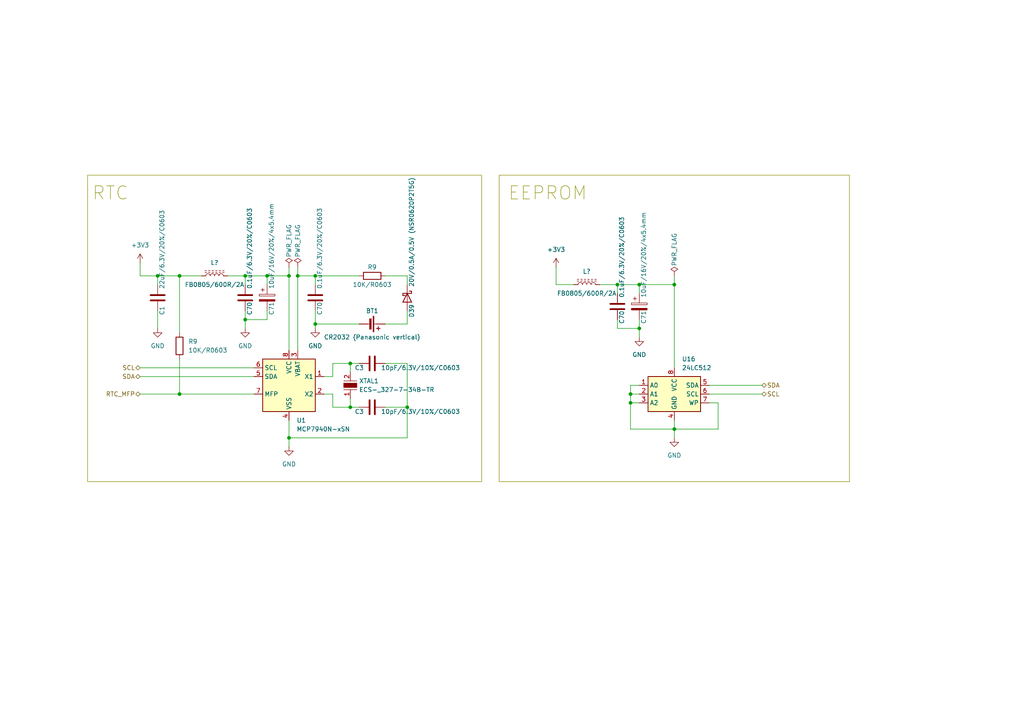
<source format=kicad_sch>
(kicad_sch (version 20230121) (generator eeschema)
  (paper "A4")
  (lib_symbols
    (symbol "Device:Battery_Cell" (pin_numbers hide) (pin_names (offset 0) hide)
      (property "Reference" "BT" (at 2.54 2.54 0))
      (property "Value" "Battery_Cell" (at 2.54 0 0))
      (symbol "Battery_Cell_0_1"
        (rectangle (start -2.286 1.778) (end 2.286 1.524) (fill (type outline)))
        (rectangle (start -1.524 1.016) (end 1.524 0.508) (fill (type outline)))
        (polyline (pts (xy 0 0.762) (xy 0 0)))
        (polyline (pts (xy 0 1.778) (xy 0 2.54)))
        (polyline (pts (xy 0.762 3.048) (xy 1.778 3.048)) (stroke (width 0.254)))
        (polyline (pts (xy 1.27 3.556) (xy 1.27 2.54)) (stroke (width 0.254)))
      )
      (symbol "Battery_Cell_1_1"
        (pin passive line (at 0 5.08 270) (length 2.54) (name "+") (number "1"))
        (pin passive line (at 0 -2.54 90) (length 2.54) (name "-") (number "2"))
      )
    )
    (symbol "Device:C" (pin_numbers hide) (pin_names (offset 0.254))
      (property "Reference" "C" (at 0.635 2.54 0))
      (property "Value" "C" (at 0.635 -2.54 0))
      (symbol "C_0_1"
        (polyline (pts (xy -2.032 -0.762) (xy 2.032 -0.762)) (stroke (width 0.508)))
        (polyline (pts (xy -2.032 0.762) (xy 2.032 0.762)) (stroke (width 0.508)))
      )
      (symbol "C_1_1"
        (pin passive line (at 0 3.81 270) (length 2.794) (name "~") (number "1"))
        (pin passive line (at 0 -3.81 90) (length 2.794) (name "~") (number "2"))
      )
    )
    (symbol "Device:C_Polarized" (pin_numbers hide) (pin_names (offset 0.254))
      (property "Reference" "C" (at 0.635 2.54 0))
      (property "Value" "C_Polarized" (at 0.635 -2.54 0))
      (symbol "C_Polarized_0_1"
        (rectangle (start -2.286 0.508) (end 2.286 1.016))
        (polyline (pts (xy -1.778 2.286) (xy -0.762 2.286)))
        (polyline (pts (xy -1.27 2.794) (xy -1.27 1.778)))
        (rectangle (start 2.286 -0.508) (end -2.286 -1.016) (fill (type outline)))
      )
      (symbol "C_Polarized_1_1"
        (pin passive line (at 0 3.81 270) (length 2.794) (name "~") (number "1"))
        (pin passive line (at 0 -3.81 90) (length 2.794) (name "~") (number "2"))
      )
    )
    (symbol "Device:D_Schottky" (pin_numbers hide) (pin_names (offset 1.016) hide)
      (property "Reference" "D" (at 0 2.54 0))
      (property "Value" "D_Schottky" (at 0 -2.54 0))
      (symbol "D_Schottky_0_1"
        (polyline (pts (xy 1.27 0) (xy -1.27 0)))
        (polyline (pts (xy 1.27 1.27) (xy 1.27 -1.27) (xy -1.27 0) (xy 1.27 1.27)) (stroke (width 0.254)))
        (polyline (pts (xy -1.905 0.635) (xy -1.905 1.27) (xy -1.27 1.27) (xy -1.27 -1.27) (xy -0.635 -1.27) (xy -0.635 -0.635)) (stroke (width 0.254)))
      )
      (symbol "D_Schottky_1_1"
        (pin passive line (at -3.81 0 0) (length 2.54) (name "K") (number "1"))
        (pin passive line (at 3.81 0 180) (length 2.54) (name "A") (number "2"))
      )
    )
    (symbol "Device:L_Ferrite" (pin_numbers hide) (pin_names (offset 1.016) hide)
      (property "Reference" "L" (at -1.27 0 90))
      (property "Value" "L_Ferrite" (at 2.794 0 90))
      (symbol "L_Ferrite_0_1"
        (arc (start 0 -2.54) (mid 0.6323 -1.905) (end 0 -1.27))
        (arc (start 0 -1.27) (mid 0.6323 -0.635) (end 0 0))
        (polyline (pts (xy 1.016 -2.794) (xy 1.016 -2.286)))
        (polyline (pts (xy 1.016 -1.778) (xy 1.016 -1.27)))
        (polyline (pts (xy 1.016 -0.762) (xy 1.016 -0.254)))
        (polyline (pts (xy 1.016 0.254) (xy 1.016 0.762)))
        (polyline (pts (xy 1.016 1.27) (xy 1.016 1.778)))
        (polyline (pts (xy 1.016 2.286) (xy 1.016 2.794)))
        (polyline (pts (xy 1.524 -2.286) (xy 1.524 -2.794)))
        (polyline (pts (xy 1.524 -1.27) (xy 1.524 -1.778)))
        (polyline (pts (xy 1.524 -0.254) (xy 1.524 -0.762)))
        (polyline (pts (xy 1.524 0.762) (xy 1.524 0.254)))
        (polyline (pts (xy 1.524 1.778) (xy 1.524 1.27)))
        (polyline (pts (xy 1.524 2.794) (xy 1.524 2.286)))
        (arc (start 0 0) (mid 0.6323 0.635) (end 0 1.27))
        (arc (start 0 1.27) (mid 0.6323 1.905) (end 0 2.54))
      )
      (symbol "L_Ferrite_1_1"
        (pin passive line (at 0 3.81 270) (length 1.27) (name "1") (number "1"))
        (pin passive line (at 0 -3.81 90) (length 1.27) (name "2") (number "2"))
      )
    )
    (symbol "Device:R" (pin_numbers hide) (pin_names (offset 0))
      (property "Reference" "R" (at 2.032 0 90))
      (property "Value" "R" (at 0 0 90))
      (symbol "R_0_1"
        (rectangle (start -1.016 -2.54) (end 1.016 2.54) (stroke (width 0.254)))
      )
      (symbol "R_1_1"
        (pin passive line (at 0 3.81 270) (length 1.27) (name "~") (number "1"))
        (pin passive line (at 0 -3.81 90) (length 1.27) (name "~") (number "2"))
      )
    )
    (symbol "Memory_EEPROM:24LC512"
      (property "Reference" "U" (at -6.35 6.35 0))
      (property "Value" "24LC512" (at 1.27 6.35 0))
      (symbol "24LC512_1_1"
        (rectangle (start -7.62 5.08) (end 7.62 -5.08) (stroke (width 0.254)) (fill (type background)))
        (pin input line (at -10.16 2.54 0) (length 2.54) (name "A0") (number "1"))
        (pin input line (at -10.16 0 0) (length 2.54) (name "A1") (number "2"))
        (pin input line (at -10.16 -2.54 0) (length 2.54) (name "A2") (number "3"))
        (pin power_in line (at 0 -7.62 90) (length 2.54) (name "GND") (number "4"))
        (pin bidirectional line (at 10.16 2.54 180) (length 2.54) (name "SDA") (number "5"))
        (pin input line (at 10.16 0 180) (length 2.54) (name "SCL") (number "6"))
        (pin input line (at 10.16 -2.54 180) (length 2.54) (name "WP") (number "7"))
        (pin power_in line (at 0 7.62 270) (length 2.54) (name "VCC") (number "8"))
      )
    )
    (symbol "Timer_RTC:MCP7940N-xSN"
      (property "Reference" "U" (at -6.35 8.89 0))
      (property "Value" "MCP7940N-xSN" (at 11.43 8.89 0))
      (symbol "MCP7940N-xSN_0_1"
        (rectangle (start -7.62 7.62) (end 7.62 -7.62) (stroke (width 0.254)) (fill (type background)))
      )
      (symbol "MCP7940N-xSN_1_1"
        (pin input line (at 10.16 2.54 180) (length 2.54) (name "X1") (number "1"))
        (pin output line (at 10.16 -2.54 180) (length 2.54) (name "X2") (number "2"))
        (pin power_in line (at 2.54 10.16 270) (length 2.54) (name "VBAT") (number "3"))
        (pin power_in line (at 0 -10.16 90) (length 2.54) (name "VSS") (number "4"))
        (pin bidirectional line (at -10.16 2.54 0) (length 2.54) (name "SDA") (number "5"))
        (pin input line (at -10.16 5.08 0) (length 2.54) (name "SCL") (number "6"))
        (pin open_collector line (at -10.16 -2.54 0) (length 2.54) (name "MFP") (number "7"))
        (pin power_in line (at 0 10.16 270) (length 2.54) (name "VCC") (number "8"))
      )
    )
    (symbol "dk_Crystals:ECS-_327-12_5-34B-TR" (pin_names (offset 1.016))
      (property "Reference" "XTAL" (at 0 3.81 0))
      (property "Value" "ECS-_327-12_5-34B-TR" (at 0 -3.81 0))
      (symbol "ECS-_327-12_5-34B-TR_1_1"
        (rectangle (start -0.635 1.905) (end 0.635 -1.905) (fill (type outline)))
        (polyline (pts (xy -1.27 1.905) (xy -1.27 -1.905)))
        (polyline (pts (xy 1.27 1.905) (xy 1.27 -1.905)))
        (pin bidirectional line (at -3.81 0 0) (length 2.54) (name "~") (number "1"))
        (pin bidirectional line (at 3.81 0 180) (length 2.54) (name "~") (number "2"))
      )
    )
    (symbol "power:+3V3" (power) (pin_names (offset 0))
      (property "Value" "+3V3" (at 0 3.556 0))
      (symbol "+3V3_0_1"
        (polyline (pts (xy -0.762 1.27) (xy 0 2.54)))
        (polyline (pts (xy 0 0) (xy 0 2.54)))
        (polyline (pts (xy 0 2.54) (xy 0.762 1.27)))
      )
      (symbol "+3V3_1_1"
        (pin power_in line (at 0 0 90) (length 0) hide (name "+3V3") (number "1"))
      )
    )
    (symbol "power:GND" (power) (pin_names (offset 0))
      (property "Value" "GND" (at 0 -3.81 0))
      (symbol "GND_0_1"
        (polyline (pts (xy 0 0) (xy 0 -1.27) (xy 1.27 -1.27) (xy 0 -2.54) (xy -1.27 -1.27) (xy 0 -1.27)))
      )
      (symbol "GND_1_1"
        (pin power_in line (at 0 0 270) (length 0) hide (name "GND") (number "1"))
      )
    )
    (symbol "power:PWR_FLAG" (power) (pin_numbers hide) (pin_names (offset 0) hide)
      (property "Value" "PWR_FLAG" (at 0 3.81 0))
      (symbol "PWR_FLAG_0_0"
        (pin power_out line (at 0 0 90) (length 0) (name "pwr") (number "1"))
      )
      (symbol "PWR_FLAG_0_1"
        (polyline (pts (xy 0 0) (xy 0 1.27) (xy -1.016 1.905) (xy 0 2.54) (xy 1.016 1.905) (xy 0 1.27)))
      )
    )
  )
  (junction (at 182.88 116.84))
  (junction (at 91.44 93.98))
  (junction (at 91.44 80.01))
  (junction (at 118.11 118.11))
  (junction (at 195.58 124.46))
  (junction (at 52.07 80.01))
  (junction (at 71.12 92.71))
  (junction (at 182.88 114.3))
  (junction (at 71.12 80.01))
  (junction (at 179.07 82.55))
  (junction (at 195.58 82.55))
  (junction (at 83.82 127))
  (junction (at 45.72 80.01))
  (junction (at 185.42 95.25))
  (junction (at 83.82 80.01))
  (junction (at 52.07 114.3))
  (junction (at 101.6 118.11))
  (junction (at 86.36 80.01))
  (junction (at 185.42 82.55))
  (junction (at 77.47 80.01))
  (junction (at 101.6 105.41))
  (wire (pts (xy 40.64 80.01) (xy 45.72 80.01)))
  (wire (pts (xy 111.76 118.11) (xy 118.11 118.11)))
  (wire (pts (xy 91.44 93.98) (xy 91.44 95.25)))
  (wire (pts (xy 118.11 105.41) (xy 118.11 118.11)))
  (wire (pts (xy 96.52 114.3) (xy 96.52 118.11)))
  (wire (pts (xy 185.42 95.25) (xy 185.42 97.79)))
  (wire (pts (xy 195.58 127) (xy 195.58 124.46)))
  (wire (pts (xy 205.74 111.76) (xy 220.98 111.76)))
  (wire (pts (xy 101.6 105.41) (xy 104.14 105.41)))
  (wire (pts (xy 83.82 101.6) (xy 83.82 80.01)))
  (wire (pts (xy 195.58 121.92) (xy 195.58 124.46)))
  (wire (pts (xy 161.29 77.47) (xy 161.29 82.55)))
  (wire (pts (xy 182.88 111.76) (xy 182.88 114.3)))
  (wire (pts (xy 111.76 80.01) (xy 118.11 80.01)))
  (wire (pts (xy 71.12 80.01) (xy 77.47 80.01)))
  (wire (pts (xy 86.36 80.01) (xy 91.44 80.01)))
  (wire (pts (xy 118.11 80.01) (xy 118.11 82.55)))
  (wire (pts (xy 91.44 93.98) (xy 104.14 93.98)))
  (wire (pts (xy 205.74 114.3) (xy 220.98 114.3)))
  (wire (pts (xy 111.76 105.41) (xy 118.11 105.41)))
  (wire (pts (xy 182.88 116.84) (xy 185.42 116.84)))
  (wire (pts (xy 185.42 82.55) (xy 195.58 82.55)))
  (wire (pts (xy 208.28 116.84) (xy 208.28 124.46)))
  (wire (pts (xy 118.11 127) (xy 83.82 127)))
  (wire (pts (xy 77.47 92.71) (xy 71.12 92.71)))
  (wire (pts (xy 52.07 80.01) (xy 58.42 80.01)))
  (wire (pts (xy 45.72 90.17) (xy 45.72 95.25)))
  (wire (pts (xy 71.12 82.55) (xy 71.12 80.01)))
  (wire (pts (xy 40.64 114.3) (xy 52.07 114.3)))
  (wire (pts (xy 195.58 82.55) (xy 195.58 106.68)))
  (wire (pts (xy 93.98 114.3) (xy 96.52 114.3)))
  (wire (pts (xy 83.82 121.92) (xy 83.82 127)))
  (wire (pts (xy 52.07 80.01) (xy 52.07 96.52)))
  (wire (pts (xy 71.12 92.71) (xy 71.12 95.25)))
  (wire (pts (xy 179.07 82.55) (xy 185.42 82.55)))
  (wire (pts (xy 96.52 105.41) (xy 101.6 105.41)))
  (wire (pts (xy 93.98 109.22) (xy 96.52 109.22)))
  (wire (pts (xy 96.52 109.22) (xy 96.52 105.41)))
  (wire (pts (xy 182.88 114.3) (xy 182.88 116.84)))
  (wire (pts (xy 91.44 90.17) (xy 91.44 93.98)))
  (wire (pts (xy 179.07 82.55) (xy 179.07 85.09)))
  (wire (pts (xy 118.11 93.98) (xy 118.11 90.17)))
  (wire (pts (xy 208.28 124.46) (xy 195.58 124.46)))
  (wire (pts (xy 101.6 115.57) (xy 101.6 118.11)))
  (wire (pts (xy 166.37 82.55) (xy 161.29 82.55)))
  (wire (pts (xy 52.07 114.3) (xy 52.07 104.14)))
  (wire (pts (xy 182.88 116.84) (xy 182.88 124.46)))
  (wire (pts (xy 179.07 92.71) (xy 179.07 95.25)))
  (wire (pts (xy 195.58 80.01) (xy 195.58 82.55)))
  (wire (pts (xy 182.88 114.3) (xy 185.42 114.3)))
  (wire (pts (xy 118.11 118.11) (xy 118.11 127)))
  (wire (pts (xy 101.6 118.11) (xy 104.14 118.11)))
  (wire (pts (xy 86.36 77.47) (xy 86.36 80.01)))
  (wire (pts (xy 91.44 82.55) (xy 91.44 80.01)))
  (wire (pts (xy 185.42 82.55) (xy 185.42 85.09)))
  (wire (pts (xy 185.42 92.71) (xy 185.42 95.25)))
  (wire (pts (xy 77.47 90.17) (xy 77.47 92.71)))
  (wire (pts (xy 40.64 80.01) (xy 40.64 76.2)))
  (wire (pts (xy 77.47 80.01) (xy 77.47 82.55)))
  (wire (pts (xy 101.6 107.95) (xy 101.6 105.41)))
  (wire (pts (xy 86.36 80.01) (xy 86.36 101.6)))
  (wire (pts (xy 83.82 77.47) (xy 83.82 80.01)))
  (wire (pts (xy 83.82 127) (xy 83.82 129.54)))
  (wire (pts (xy 71.12 90.17) (xy 71.12 92.71)))
  (wire (pts (xy 185.42 111.76) (xy 182.88 111.76)))
  (wire (pts (xy 179.07 95.25) (xy 185.42 95.25)))
  (wire (pts (xy 73.66 114.3) (xy 52.07 114.3)))
  (wire (pts (xy 66.04 80.01) (xy 71.12 80.01)))
  (wire (pts (xy 111.76 93.98) (xy 118.11 93.98)))
  (wire (pts (xy 40.64 109.22) (xy 73.66 109.22)))
  (wire (pts (xy 96.52 118.11) (xy 101.6 118.11)))
  (wire (pts (xy 45.72 82.55) (xy 45.72 80.01)))
  (wire (pts (xy 205.74 116.84) (xy 208.28 116.84)))
  (wire (pts (xy 40.64 106.68) (xy 73.66 106.68)))
  (wire (pts (xy 45.72 80.01) (xy 52.07 80.01)))
  (wire (pts (xy 91.44 80.01) (xy 104.14 80.01)))
  (wire (pts (xy 173.99 82.55) (xy 179.07 82.55)))
  (wire (pts (xy 83.82 80.01) (xy 77.47 80.01)))
  (wire (pts (xy 182.88 124.46) (xy 195.58 124.46)))
  (rectangle (start 144.78 50.8) (end 246.38 139.7) (stroke (width 0) (color 140 140 0 1)))
  (rectangle (start 25.4 50.8) (end 139.7 139.7) (stroke (width 0) (color 140 140 0 1)))
  (text "EEPROM" (at 147.32 58.42 0) (effects (font (size 3.81 3.81)) (justify left bottom)))
  (text "RTC" (at 26.67 58.42 0) (effects (font (size 3.81 3.81)) (justify left bottom)))
  (hierarchical_label "SCL" (shape bidirectional) (at 40.64 106.68 180))
  (hierarchical_label "SCL" (shape bidirectional) (at 220.98 114.3 0))
  (hierarchical_label "SDA" (shape bidirectional) (at 220.98 111.76 0))
  (hierarchical_label "SDA" (shape bidirectional) (at 40.64 109.22 180))
  (hierarchical_label "RTC_MFP" (shape bidirectional) (at 40.64 114.3 180))
  (symbol (lib_id "Device:C") (at 71.12 86.36 0) (unit 1)
    (property "Reference" "C70" (at 72.39 91.44 90) (effects (justify left)))
    (property "Value" "0.1uF/6.3V/20%/C0603" (at 72.39 83.82 90) (effects (justify left)))
    (property "Footprint" "Capacitor_SMD:C_0603_1608Metric" (effects hide))
    (instances (project "SAM4E-PLC" (path "" (reference "C70") (unit 1)) (path "" (reference "C99") (unit 1))))
  )
  (symbol (lib_id "Device:L_Ferrite") (at 170.18 82.55 90) (unit 1)
    (property "Reference" "L?" (at 170.18 78.74 90))
    (property "Value" "FB0805/600R/2A" (at 170.18 85.09 90))
    (property "Footprint" "Inductor_SMD:L_0805_2012Metric" (effects hide))
    (property "Datasheet" "https://ro.mouser.com/datasheet/2/87/eaton_mfbm1v2012_high_current_multilayer_ferrite_c-1890685.pdf" (effects hide))
    (instances (project "SAM4E-PLC" (path "" (reference "L?") (unit 1)) (path "" (reference "L?") (unit 1)) (path "" (reference "L9") (unit 1)) (path "" (reference "L15") (unit 1))))
  )
  (symbol (lib_id "Device:C") (at 91.44 86.36 0) (unit 1)
    (property "Reference" "C70" (at 92.71 91.44 90) (effects (justify left)))
    (property "Value" "0.1uF/6.3V/20%/C0603" (at 92.71 83.82 90) (effects (justify left)))
    (property "Footprint" "Capacitor_SMD:C_0603_1608Metric" (effects hide))
    (instances (project "SAM4E-PLC" (path "" (reference "C70") (unit 1)) (path "" (reference "C101") (unit 1))))
  )
  (symbol (lib_id "Device:C") (at 107.95 105.41 270) (unit 1)
    (property "Reference" "C3" (at 102.87 106.68 90) (effects (justify left)))
    (property "Value" "10pF/6.3V/10%/C0603" (at 110.49 106.68 90) (effects (justify left)))
    (property "Footprint" "Capacitor_SMD:C_0603_1608Metric" (effects hide))
    (instances (project "SAM4E-PLC" (path "" (reference "C3") (unit 1)) (path "" (reference "C5") (unit 1)) (path "" (reference "C102") (unit 1))))
  )
  (symbol (lib_id "power:PWR_FLAG") (at 195.58 80.01 0) (unit 1)
    (property "Reference" "#FLG01" (effects hide))
    (property "Value" "PWR_FLAG" (at 195.58 72.39 90))
    (instances (project "SAM4E-PLC" (path "" (reference "#FLG01") (unit 1)) (path "" (reference "#FLG020") (unit 1))))
  )
  (symbol (lib_id "Device:C") (at 107.95 118.11 270) (unit 1)
    (property "Reference" "C3" (at 102.87 119.38 90) (effects (justify left)))
    (property "Value" "10pF/6.3V/10%/C0603" (at 110.49 119.38 90) (effects (justify left)))
    (property "Footprint" "Capacitor_SMD:C_0603_1608Metric" (effects hide))
    (instances (project "SAM4E-PLC" (path "" (reference "C3") (unit 1)) (path "" (reference "C6") (unit 1)) (path "" (reference "C103") (unit 1))))
  )
  (symbol (lib_id "Device:C") (at 179.07 88.9 0) (unit 1)
    (property "Reference" "C70" (at 180.34 93.98 90) (effects (justify left)))
    (property "Value" "0.1uF/6.3V/20%/C0603" (at 180.34 86.36 90) (effects (justify left)))
    (property "Footprint" "Capacitor_SMD:C_0603_1608Metric" (effects hide))
    (instances (project "SAM4E-PLC" (path "" (reference "C70") (unit 1)) (path "" (reference "C104") (unit 1))))
  )
  (symbol (lib_id "power:PWR_FLAG") (at 83.82 77.47 0) (unit 1)
    (property "Reference" "#FLG01" (effects hide))
    (property "Value" "PWR_FLAG" (at 83.82 69.85 90))
    (instances (project "SAM4E-PLC" (path "" (reference "#FLG01") (unit 1)) (path "" (reference "#FLG018") (unit 1))))
  )
  (symbol (lib_id "Device:Battery_Cell") (at 106.68 93.98 270) (unit 1)
    (property "Reference" "BT1" (at 107.95 90.17 90))
    (property "Value" "CR2032 (Panasonic vertical)" (at 107.95 97.79 90))
    (property "Footprint" "Battery:Battery_Panasonic_CR2032-VS1N_Vertical_CircularHoles" (effects hide))
    (property "Datasheet" "https://ro.mouser.com/datasheet/2/215/057-744095.pdf" (effects hide))
  )
  (symbol (lib_id "power:GND") (at 45.72 95.25 0) (unit 1)
    (property "Reference" "#PWR03" (effects hide))
    (property "Value" "GND" (at 45.72 100.33 0))
    (instances (project "SAM4E-PLC" (path "" (reference "#PWR03") (unit 1)) (path "" (reference "#PWR02") (unit 1)) (path "" (reference "#PWR089") (unit 1))))
  )
  (symbol (lib_id "Device:C") (at 45.72 86.36 0) (unit 1)
    (property "Reference" "C1" (at 46.99 91.44 90) (effects (justify left)))
    (property "Value" "22uF/6.3V/20%/C0603" (at 46.99 83.82 90) (effects (justify left)))
    (property "Footprint" "Capacitor_SMD:C_0603_1608Metric" (effects hide))
    (instances (project "SAM4E-PLC" (path "" (reference "C1") (unit 1)) (path "" (reference "C1") (unit 1)) (path "" (reference "C98") (unit 1))))
  )
  (symbol (lib_id "Memory_EEPROM:24LC512") (at 195.58 114.3 0) (unit 1)
    (property "Reference" "U16" (at 197.7741 104.14 0) (effects (justify left)))
    (property "Value" "24LC512" (at 197.7741 106.68 0) (effects (justify left)))
    (property "Footprint" "Package_SO:SOIC-8_3.9x4.9mm_P1.27mm" (effects hide))
    (property "Datasheet" "http://ww1.microchip.com/downloads/en/DeviceDoc/21754M.pdf" (effects hide))
  )
  (symbol (lib_id "Timer_RTC:MCP7940N-xSN") (at 83.82 111.76 0) (unit 1)
    (property "Reference" "U1" (at 86.0141 121.92 0) (effects (justify left)))
    (property "Value" "MCP7940N-xSN" (at 86.0141 124.46 0) (effects (justify left)))
    (property "Footprint" "Package_SO:SOIC-8_3.9x4.9mm_P1.27mm" (effects hide))
    (property "Datasheet" "http://ww1.microchip.com/downloads/en/DeviceDoc/20005010F.pdf" (effects hide))
    (instances (project "SAM4E-PLC" (path "" (reference "U1") (unit 1)) (path "" (reference "U15") (unit 1))))
  )
  (symbol (lib_id "power:GND") (at 195.58 127 0) (unit 1)
    (property "Reference" "#PWR05" (effects hide))
    (property "Value" "GND" (at 195.58 132.08 0))
    (instances (project "SAM4E-PLC" (path "" (reference "#PWR05") (unit 1)) (path "" (reference "#PWR05") (unit 1)) (path "" (reference "#PWR095") (unit 1))))
  )
  (symbol (lib_id "Device:C_Polarized") (at 77.47 86.36 0) (unit 1)
    (property "Reference" "C71" (at 78.74 91.44 90) (effects (justify left)))
    (property "Value" "10uF/16V/20%/4x5.4mm" (at 78.74 83.82 90) (effects (justify left)))
    (property "Footprint" "Capacitor_SMD:CP_Elec_4x5.4" (effects hide))
    (instances (project "SAM4E-PLC" (path "" (reference "C71") (unit 1)) (path "" (reference "C100") (unit 1))))
  )
  (symbol (lib_id "Device:C_Polarized") (at 185.42 88.9 0) (unit 1)
    (property "Reference" "C71" (at 186.69 93.98 90) (effects (justify left)))
    (property "Value" "10uF/16V/20%/4x5.4mm" (at 186.69 86.36 90) (effects (justify left)))
    (property "Footprint" "Capacitor_SMD:CP_Elec_4x5.4" (effects hide))
    (instances (project "SAM4E-PLC" (path "" (reference "C71") (unit 1)) (path "" (reference "C105") (unit 1))))
  )
  (symbol (lib_id "Device:R") (at 52.07 100.33 0) (unit 1)
    (property "Reference" "R9" (at 54.61 99.06 0) (effects (justify left)))
    (property "Value" "10K/R0603" (at 54.61 101.6 0) (effects (justify left)))
    (property "Footprint" "Resistor_SMD:R_0603_1608Metric" (effects hide))
    (instances (project "SAM4E-PLC" (path "" (reference "R9") (unit 1)) (path "" (reference "R1") (unit 1)) (path "" (reference "R115") (unit 1))))
  )
  (symbol (lib_id "power:PWR_FLAG") (at 86.36 77.47 0) (unit 1)
    (property "Reference" "#FLG02" (effects hide))
    (property "Value" "PWR_FLAG" (at 86.36 69.85 90))
    (instances (project "SAM4E-PLC" (path "" (reference "#FLG02") (unit 1)) (path "" (reference "#FLG019") (unit 1))))
  )
  (symbol (lib_id "Device:R") (at 107.95 80.01 90) (unit 1)
    (property "Reference" "R9" (at 107.95 77.47 90))
    (property "Value" "10K/R0603" (at 107.95 82.55 90))
    (property "Footprint" "Resistor_SMD:R_0603_1608Metric" (effects hide))
    (instances (project "SAM4E-PLC" (path "" (reference "R9") (unit 1)) (path "" (reference "R2") (unit 1)) (path "" (reference "R116") (unit 1))))
  )
  (symbol (lib_id "power:GND") (at 91.44 95.25 0) (unit 1)
    (property "Reference" "#PWR05" (effects hide))
    (property "Value" "GND" (at 91.44 100.33 0))
    (instances (project "SAM4E-PLC" (path "" (reference "#PWR05") (unit 1)) (path "" (reference "#PWR05") (unit 1)) (path "" (reference "#PWR092") (unit 1))))
  )
  (symbol (lib_id "Device:L_Ferrite") (at 62.23 80.01 90) (unit 1)
    (property "Reference" "L?" (at 62.23 76.2 90))
    (property "Value" "FB0805/600R/2A" (at 62.23 82.55 90))
    (property "Footprint" "Inductor_SMD:L_0805_2012Metric" (effects hide))
    (property "Datasheet" "https://ro.mouser.com/datasheet/2/87/eaton_mfbm1v2012_high_current_multilayer_ferrite_c-1890685.pdf" (effects hide))
    (instances (project "SAM4E-PLC" (path "" (reference "L?") (unit 1)) (path "" (reference "L?") (unit 1)) (path "" (reference "L9") (unit 1)) (path "" (reference "L14") (unit 1))))
  )
  (symbol (lib_id "power:GND") (at 71.12 95.25 0) (unit 1)
    (property "Reference" "#PWR05" (effects hide))
    (property "Value" "GND" (at 71.12 100.33 0))
    (instances (project "SAM4E-PLC" (path "" (reference "#PWR05") (unit 1)) (path "" (reference "#PWR03") (unit 1)) (path "" (reference "#PWR090") (unit 1))))
  )
  (symbol (lib_id "power:GND") (at 83.82 129.54 0) (unit 1)
    (property "Reference" "#PWR05" (effects hide))
    (property "Value" "GND" (at 83.82 134.62 0))
    (instances (project "SAM4E-PLC" (path "" (reference "#PWR05") (unit 1)) (path "" (reference "#PWR04") (unit 1)) (path "" (reference "#PWR091") (unit 1))))
  )
  (symbol (lib_id "Device:D_Schottky") (at 118.11 86.36 270) (unit 1)
    (property "Reference" "D39" (at 119.38 90.17 0))
    (property "Value" "20V/0.5A/0.5V (NSR0620P2T5G)" (at 119.38 67.31 0))
    (property "Footprint" "Diode_SMD:D_SOD-923" (effects hide))
  )
  (symbol (lib_id "dk_Crystals:ECS-_327-12_5-34B-TR") (at 101.6 111.76 90) (unit 1)
    (property "Reference" "XTAL1" (at 104.14 110.49 90) (effects (justify right)))
    (property "Value" "ECS-_327-7-34B-TR" (at 104.14 113.03 90) (effects (justify right)))
    (property "Footprint" "digikey-footprints:SMD-2_3.2x1.5mm" (effects hide))
    (property "Datasheet" "http://www.ecsxtal.com/store/pdf/ecx-31b.pdf" (effects hide))
    (property "Digi-Key_PN" "XC1617CT-ND" (effects hide))
    (property "MPN" "ECS-.327-12.5-34B-TR" (effects hide))
    (property "Category" "Crystals, Oscillators, Resonators" (effects hide))
    (property "Family" "Crystals" (effects hide))
    (property "DK_Datasheet_Link" "http://www.ecsxtal.com/store/pdf/ecx-31b.pdf" (effects hide))
    (property "DK_Detail_Page" "/product-detail/en/ecs-inc/ECS-.327-12.5-34B-TR/XC1617CT-ND/1693786" (effects hide))
    (property "Description" "CRYSTAL 32.7680KHZ 12.5PF SMD" (effects hide))
    (property "Manufacturer" "ECS Inc." (effects hide))
    (property "Status" "Active" (effects hide))
  )
  (symbol (lib_id "power:+3V3") (at 40.64 76.2 0) (unit 1)
    (property "Reference" "#PWR01" (effects hide))
    (property "Value" "+3V3" (at 40.64 71.12 0))
    (instances (project "SAM4E-PLC" (path "" (reference "#PWR01") (unit 1)) (path "" (reference "#PWR01") (unit 1)) (path "" (reference "#PWR088") (unit 1))))
  )
  (symbol (lib_id "power:+3V3") (at 161.29 77.47 0) (unit 1)
    (property "Reference" "#PWR01" (effects hide))
    (property "Value" "+3V3" (at 161.29 72.39 0))
    (instances (project "SAM4E-PLC" (path "" (reference "#PWR01") (unit 1)) (path "" (reference "#PWR01") (unit 1)) (path "" (reference "#PWR093") (unit 1))))
  )
  (symbol (lib_id "power:GND") (at 185.42 97.79 0) (unit 1)
    (property "Reference" "#PWR03" (effects hide))
    (property "Value" "GND" (at 185.42 102.87 0))
    (instances (project "SAM4E-PLC" (path "" (reference "#PWR03") (unit 1)) (path "" (reference "#PWR02") (unit 1)) (path "" (reference "#PWR094") (unit 1))))
  )
)
</source>
